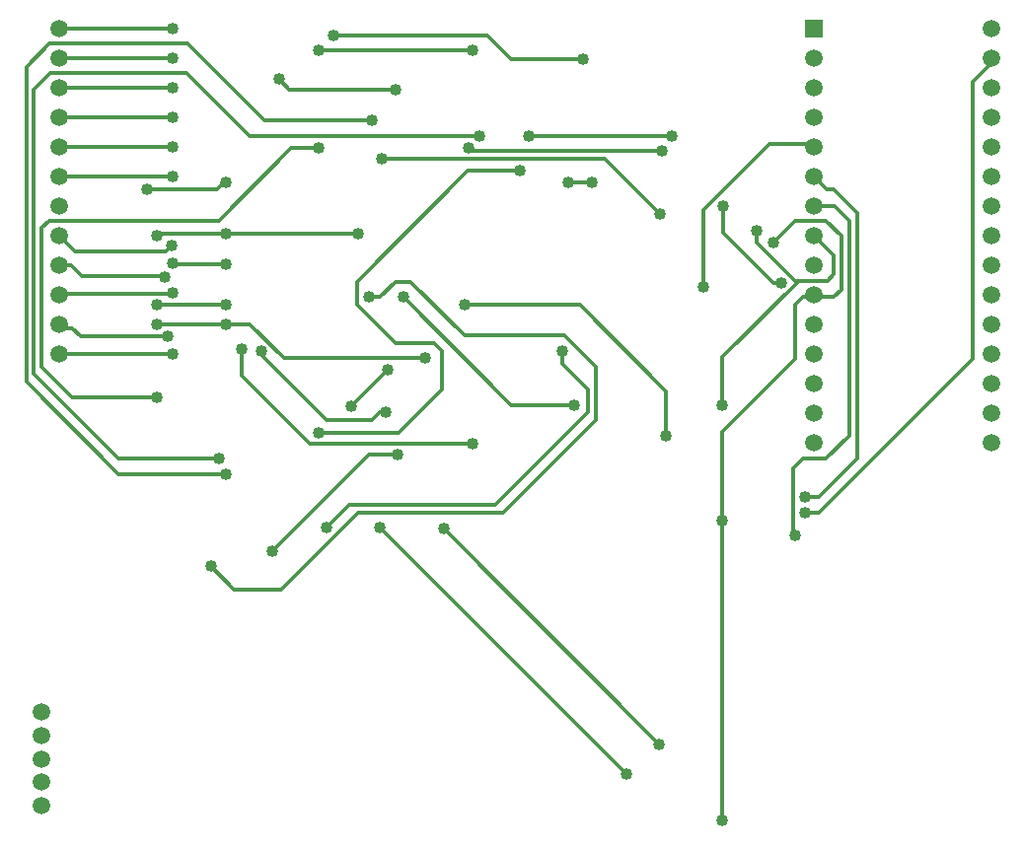
<source format=gbr>
G04 DipTrace 3.0.0.2*
G04 Íèæíèé.gbr*
%MOIN*%
G04 #@! TF.FileFunction,Copper,L2,Bot*
G04 #@! TF.Part,Single*
G04 #@! TA.AperFunction,Conductor*
%ADD13C,0.012992*%
G04 #@! TA.AperFunction,ComponentPad*
%ADD15R,0.059055X0.059055*%
%ADD16C,0.059055*%
%ADD17C,0.059055*%
G04 #@! TA.AperFunction,ViaPad*
%ADD26C,0.04*%
%FSLAX26Y26*%
G04*
G70*
G90*
G75*
G01*
G04 Bottom*
%LPD*%
X2719291Y2519291D2*
D13*
Y2779694D1*
X2944715Y3005118D1*
X3082283D1*
X3093701Y2993701D1*
X3063836Y1810146D2*
X3109358D1*
X3238976Y1939764D1*
Y2771260D1*
X3161024Y2849213D1*
X3138189D1*
X3093701Y2893701D1*
X3031102Y1679921D2*
X3024349Y1686675D1*
Y1907026D1*
X3057087Y1939764D1*
X3135039D1*
X3212992Y2017717D1*
Y2745276D1*
X3164567Y2793701D1*
X3093701D1*
X2784252Y2121654D2*
Y2282735D1*
X3042904Y2541387D1*
X3139025D1*
X3161024Y2563386D1*
Y2626378D1*
X3093701Y2693701D1*
X2901181Y2709577D2*
Y2668979D1*
X3028772Y2541387D1*
X3042904D1*
X926378Y3393701D2*
X543701D1*
X926378Y3293701D2*
X543701D1*
X926378Y3193701D2*
X543701D1*
X926378Y3093701D2*
X543701D1*
X926378Y2993701D2*
X543701D1*
X926378Y2893701D2*
X543701D1*
X924370Y2661299D2*
X904409Y2641339D1*
X596063D1*
X543701Y2693701D1*
X900394Y2554934D2*
X898054Y2557274D1*
X620678D1*
X584252Y2593701D1*
X543701D1*
X926378Y2498937D2*
X925157Y2497717D1*
X547717D1*
X543701Y2493701D1*
X908739Y2353958D2*
X616121D1*
X588583Y2381496D1*
X555906D1*
X543701Y2393701D1*
X926378Y2293701D2*
X543701D1*
X2788469Y2794404D2*
Y2702083D1*
X2956437Y2534114D1*
X2982854D1*
X2955916Y2670089D2*
X3031102Y2745276D1*
X3135039D1*
X3187008Y2693307D1*
Y2511417D1*
X3161024Y2485433D1*
X3101969D1*
X3093701Y2493701D1*
X2784252Y1731890D2*
Y2030709D1*
X3031102Y2277559D1*
Y2459449D1*
X3057087Y2485433D1*
X3085433D1*
X3093701Y2493701D1*
X2784252Y718504D2*
Y1731890D1*
X2315197Y3290945D2*
X2069685D1*
X1991732Y3368898D1*
X1472047D1*
X1939764Y3320945D2*
X1420079D1*
X1679921Y3187008D2*
X1321614D1*
X1286142Y3222480D1*
X2342264Y2875197D2*
X2263287D1*
X839370Y2849213D2*
X1078268D1*
X1108268Y2879213D1*
Y2875197D1*
X874409Y2693701D2*
Y2700787D1*
X1108268D1*
X1555354D2*
X1108268D1*
X926378Y2600336D2*
X930728Y2595986D1*
X1108268D1*
X2283189Y2121654D2*
X2069685D1*
X1705906Y2485433D1*
X874409Y2459449D2*
X1108268D1*
X1939764Y1991732D2*
X1938026Y1989995D1*
X1391955D1*
X1160236Y2221714D1*
Y2309016D1*
X874409Y2393701D2*
X1108268D1*
X1782005Y2279412D2*
X1302589D1*
X1188301Y2393701D1*
X1108268D1*
X3062458Y1757634D2*
X3108815D1*
X3628740Y2277559D1*
Y3212992D1*
X3693701Y3277953D1*
Y3293701D1*
X1634252Y2953150D2*
X2385512D1*
X2572353Y2766308D1*
X2131102Y3031102D2*
X2615354D1*
X1927400Y2991497D2*
X1939764Y2979134D1*
X2579173D1*
X1913780Y2459449D2*
X2303543D1*
X2594882Y2168110D1*
Y2017717D1*
X1225640Y2303442D2*
Y2290108D1*
X1446063Y2069685D1*
X1601969D1*
X1627953Y2095669D1*
X1645906D1*
X1843701Y1702203D2*
X2571496Y974409D1*
X1627953Y1705906D2*
X2459449Y874409D1*
X2243701Y2303543D2*
Y2259449D1*
X2329528Y2173622D1*
Y2095669D1*
X2017717Y1783858D1*
X1524016D1*
X1446063Y1705906D1*
X1685487Y1953131D2*
X1589352D1*
X1264173Y1627953D1*
X1653740Y2239924D2*
X1532047Y2118231D1*
X1589488Y2485433D2*
X1627953D1*
X1679921Y2537402D1*
X1731890D1*
X1913780Y2355512D1*
X2251575D1*
X2355512Y2251575D1*
Y2069685D1*
X2043701Y1757874D1*
X1553877D1*
X1294034Y1498031D1*
X1134252D1*
X1056299Y1575984D1*
X2099685Y2912748D2*
X1925346D1*
X1550000Y2537402D1*
Y2459449D1*
X1679921Y2329528D1*
X1809843D1*
X1835827Y2303543D1*
Y2173622D1*
X1689820Y2027615D1*
X1420079D1*
X1962277Y3031102D2*
X1186220D1*
X974606Y3242717D1*
X514370D1*
X458661Y3187008D1*
Y2225591D1*
X744488Y1939764D1*
X1082283D1*
X1601969Y3083071D2*
X1238189D1*
X978346Y3342913D1*
X510630D1*
X432677Y3264961D1*
Y2199606D1*
X744488Y1887795D1*
X1108268D1*
X1420079Y2991614D2*
X1328622D1*
X1082283Y2745276D1*
X510630D1*
X484646Y2719291D1*
Y2251575D1*
X588583Y2147638D1*
X874409D1*
D26*
X2719291Y2519291D3*
X3063836Y1810146D3*
X3031102Y1679921D3*
X2784252Y2121654D3*
X2901181Y2709577D3*
X926378Y3393701D3*
Y3293701D3*
Y3193701D3*
Y3093701D3*
Y2993701D3*
Y2893701D3*
X924370Y2661299D3*
X900394Y2554934D3*
X926378Y2498937D3*
X908739Y2353958D3*
X926378Y2293701D3*
X2788469Y2794404D3*
X2982854Y2534114D3*
X2955916Y2670089D3*
X2784252Y1731890D3*
Y718504D3*
Y1731890D3*
X2315197Y3290945D3*
X1472047Y3368898D3*
X1939764Y3320945D3*
X1420079D3*
X1679921Y3187008D3*
X1286142Y3222480D3*
X2342264Y2875197D3*
X2263287D3*
X839370Y2849213D3*
X1108268Y2875197D3*
X874409Y2693701D3*
X1108268Y2700787D3*
X1555354D3*
X926378Y2600336D3*
X1108268Y2595986D3*
X2283189Y2121654D3*
X1705906Y2485433D3*
X1108268Y2595986D3*
X874409Y2459449D3*
X1108268D3*
X1939764Y1991732D3*
X1160236Y2309016D3*
X1108268Y2459449D3*
X874409Y2393701D3*
X1108268D3*
X1782005Y2279412D3*
X3062458Y1757634D3*
X1634252Y2953150D3*
X2572353Y2766308D3*
X2131102Y3031102D3*
X2615354D3*
X1927400Y2991497D3*
X2579173Y2979134D3*
X1913780Y2459449D3*
X2594882Y2017717D3*
X1225640Y2303442D3*
X1645906Y2095669D3*
X1843701Y1702203D3*
X2571496Y974409D3*
X1627953Y1705906D3*
X2459449Y874409D3*
X2243701Y2303543D3*
X1446063Y1705906D3*
X1685487Y1953131D3*
X1264173Y1627953D3*
X1653740Y2239924D3*
X1532047Y2118231D3*
X1589488Y2485433D3*
X1056299Y1575984D3*
X2099685Y2912748D3*
X1420079Y2027615D3*
X1962277Y3031102D3*
X1082283Y1939764D3*
X1601969Y3083071D3*
X1108268Y1887795D3*
X1420079Y2991614D3*
X874409Y2147638D3*
D15*
X3093701Y3393701D3*
D16*
Y3293701D3*
Y3193701D3*
Y3093701D3*
Y2993701D3*
Y2893701D3*
Y2793701D3*
Y2693701D3*
Y2593701D3*
Y2493701D3*
Y2393701D3*
Y2293701D3*
Y2193701D3*
Y2093701D3*
Y1993701D3*
X3693701D3*
Y2093701D3*
Y2193701D3*
Y2293701D3*
Y2393701D3*
Y2493701D3*
Y2593701D3*
Y2693701D3*
Y2793701D3*
Y2893701D3*
Y2993701D3*
Y3093701D3*
Y3193701D3*
Y3293701D3*
Y3393701D3*
D17*
X543701Y3293701D3*
Y3193701D3*
Y2893701D3*
Y3393701D3*
Y3093701D3*
Y2793701D3*
Y2693701D3*
Y2593701D3*
Y2493701D3*
Y2393701D3*
Y2993701D3*
Y2293701D3*
X485039Y1082677D3*
Y1003937D3*
Y925197D3*
Y846457D3*
Y767717D3*
M02*

</source>
